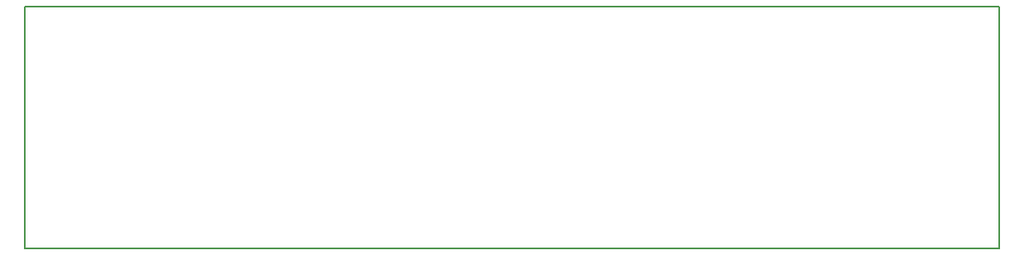
<source format=gbr>
G04 DipTrace 3.2.0.0*
G04 BoardOutline.gbr*
%MOMM*%
G04 #@! TF.FileFunction,Profile*
G04 #@! TF.Part,Single*
%ADD11C,0.14*%
%FSLAX35Y35*%
G04*
G71*
G90*
G75*
G01*
G04 BoardOutline*
%LPD*%
X10167Y10167D2*
D11*
Y2489200D1*
X9989833D1*
Y10167D1*
X10167D1*
M02*

</source>
